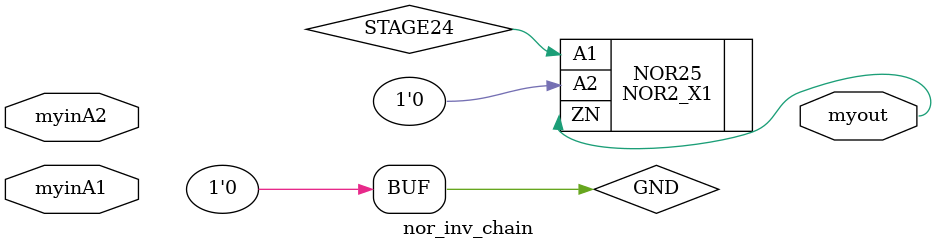
<source format=v>
module nor_inv_chain (myinA1, myinA2, myout);
       input myinA1, myinA2;
       output myout;

       wire GND = 1'b0;
       wire PSA1_STAGE0, PSA1_STAGE1, PSA1_STAGE2, PSA1_STAGE3, PSA1_STAGE4;
       wire PSA2_STAGE0, PSA2_STAGE1, PSA2_STAGE2, PSA2_STAGE3, PSA2_STAGE4;



       NOR2_X1 PSA1_NOR0 ( .A1 (myinA1), .A2 (GND), .ZN (PSA1_STAGE0));
       NOR2_X1 PSA1_NOR1 ( .A1 (PSA1_STAGE0), .A2 (GND), .ZN (PSA1_STAGE1));
       NOR2_X1 PSA1_NOR2 ( .A1 (PSA1_STAGE1), .A2 (GND), .ZN (PSA1_STAGE2));
       NOR2_X1 PSA1_NOR3 ( .A1 (PSA1_STAGE2), .A2 (GND), .ZN (PSA1_STAGE3));
       NOR2_X1 PSA1_NOR4 ( .A1 (PSA1_STAGE3), .A2 (GND), .ZN (PSA1_STAGE4));

       NOR2_X1 PSA2_NOR0 ( .A1 (myinA2), .A2 (GND), .ZN (PSA2_STAGE0));
       NOR2_X1 PSA2_NOR1 ( .A1 (PSA2_STAGE0), .A2 (GND), .ZN (PSA2_STAGE1));
       NOR2_X1 PSA2_NOR2 ( .A1 (PSA2_STAGE1), .A2 (GND), .ZN (PSA2_STAGE2));
       NOR2_X1 PSA2_NOR3 ( .A1 (PSA2_STAGE2), .A2 (GND), .ZN (PSA2_STAGE3));
       NOR2_X1 PSA2_NOR4 ( .A1 (PSA2_STAGE3), .A2 (GND), .ZN (PSA2_STAGE4));

       NOR2_X1 NOR25 ( .A1 (STAGE24), .A2 (GND), .ZN (myout));

endmodule

</source>
